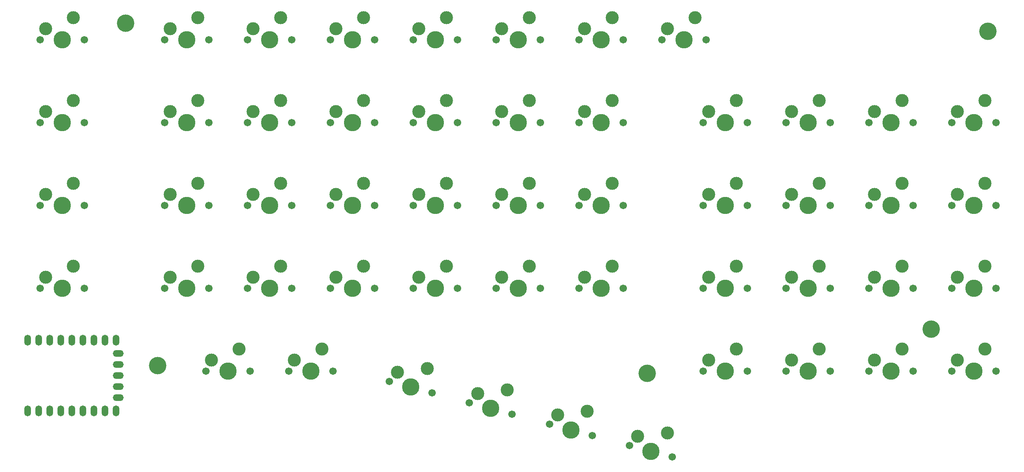
<source format=gbr>
%TF.GenerationSoftware,KiCad,Pcbnew,7.0.1*%
%TF.CreationDate,2023-09-01T15:37:29-04:00*%
%TF.ProjectId,macropad,6d616372-6f70-4616-942e-6b696361645f,rev?*%
%TF.SameCoordinates,Original*%
%TF.FileFunction,Soldermask,Top*%
%TF.FilePolarity,Negative*%
%FSLAX46Y46*%
G04 Gerber Fmt 4.6, Leading zero omitted, Abs format (unit mm)*
G04 Created by KiCad (PCBNEW 7.0.1) date 2023-09-01 15:37:29*
%MOMM*%
%LPD*%
G01*
G04 APERTURE LIST*
%ADD10C,0.500000*%
%ADD11C,4.000000*%
%ADD12C,1.701800*%
%ADD13C,3.000000*%
%ADD14C,3.987800*%
%ADD15O,1.500000X2.500000*%
%ADD16O,2.500000X1.500000*%
G04 APERTURE END LIST*
D10*
%TO.C,m2*%
X59714000Y-109474000D03*
X60154000Y-108414000D03*
X60154000Y-110534000D03*
X61214000Y-107974000D03*
D11*
X61214000Y-109474000D03*
D10*
X61214000Y-110974000D03*
X62274000Y-108414000D03*
X62274000Y-110534000D03*
X62714000Y-109474000D03*
%TD*%
%TO.C,m2*%
X52348000Y-30734000D03*
X52788000Y-29674000D03*
X52788000Y-31794000D03*
X53848000Y-29234000D03*
D11*
X53848000Y-30734000D03*
D10*
X53848000Y-32234000D03*
X54908000Y-29674000D03*
X54908000Y-31794000D03*
X55348000Y-30734000D03*
%TD*%
D11*
%TO.C,m2*%
X173736000Y-111252000D03*
D10*
X175236000Y-111252000D03*
X172236000Y-111252000D03*
X173736000Y-112752000D03*
X173736000Y-109752000D03*
X174796000Y-112312000D03*
X172676000Y-112312000D03*
X172676000Y-110192000D03*
X174796000Y-110192000D03*
%TD*%
%TO.C,m2*%
X237514000Y-101092000D03*
X237954000Y-100032000D03*
X237954000Y-102152000D03*
X239014000Y-99592000D03*
D11*
X239014000Y-101092000D03*
D10*
X239014000Y-102592000D03*
X240074000Y-100032000D03*
X240074000Y-102152000D03*
X240514000Y-101092000D03*
%TD*%
%TO.C,m2*%
X250512000Y-32556000D03*
X250952000Y-31496000D03*
X250952000Y-33616000D03*
X252012000Y-31056000D03*
D11*
X252012000Y-32556000D03*
D10*
X252012000Y-34056000D03*
X253072000Y-31496000D03*
X253072000Y-33616000D03*
X253512000Y-32556000D03*
%TD*%
D12*
%TO.C,SW51*%
X243757500Y-110725000D03*
D13*
X245027500Y-108185000D03*
D14*
X248837500Y-110725000D03*
D13*
X251377500Y-105645000D03*
D12*
X253917500Y-110725000D03*
%TD*%
%TO.C,SW50*%
X224707500Y-110725000D03*
D13*
X225977500Y-108185000D03*
D14*
X229787500Y-110725000D03*
D13*
X232327500Y-105645000D03*
D12*
X234867500Y-110725000D03*
%TD*%
%TO.C,SW49*%
X205657500Y-110725000D03*
D13*
X206927500Y-108185000D03*
D14*
X210737500Y-110725000D03*
D13*
X213277500Y-105645000D03*
D12*
X215817500Y-110725000D03*
%TD*%
%TO.C,SW48*%
X186607500Y-110725000D03*
D13*
X187877500Y-108185000D03*
D14*
X191687500Y-110725000D03*
D13*
X194227500Y-105645000D03*
D12*
X196767500Y-110725000D03*
%TD*%
%TO.C,SW47*%
X169676946Y-127862607D03*
D13*
X171561072Y-125737856D03*
D14*
X174583849Y-129177408D03*
D13*
X178352101Y-124927905D03*
D12*
X179490752Y-130492209D03*
%TD*%
%TO.C,SW46*%
X151276059Y-122932104D03*
D13*
X153160185Y-120807353D03*
D14*
X156182962Y-124246905D03*
D13*
X159951214Y-119997402D03*
D12*
X161089865Y-125561706D03*
%TD*%
%TO.C,SW45*%
X132875172Y-118001601D03*
D13*
X134759298Y-115876850D03*
D14*
X137782075Y-119316402D03*
D13*
X141550327Y-115066899D03*
D12*
X142688978Y-120631203D03*
%TD*%
%TO.C,SW44*%
X114474285Y-113071099D03*
D13*
X116358411Y-110946348D03*
D14*
X119381188Y-114385900D03*
D13*
X123149440Y-110136397D03*
D12*
X124288091Y-115700701D03*
%TD*%
%TO.C,SW43*%
X91357500Y-110725000D03*
D13*
X92627500Y-108185000D03*
D14*
X96437500Y-110725000D03*
D13*
X98977500Y-105645000D03*
D12*
X101517500Y-110725000D03*
%TD*%
%TO.C,SW42*%
X72307500Y-110725000D03*
D13*
X73577500Y-108185000D03*
D14*
X77387500Y-110725000D03*
D13*
X79927500Y-105645000D03*
D12*
X82467500Y-110725000D03*
%TD*%
%TO.C,SW41*%
X243757500Y-91675000D03*
D13*
X245027500Y-89135000D03*
D14*
X248837500Y-91675000D03*
D13*
X251377500Y-86595000D03*
D12*
X253917500Y-91675000D03*
%TD*%
%TO.C,SW40*%
X224707500Y-91675000D03*
D13*
X225977500Y-89135000D03*
D14*
X229787500Y-91675000D03*
D13*
X232327500Y-86595000D03*
D12*
X234867500Y-91675000D03*
%TD*%
%TO.C,SW39*%
X205657500Y-91675000D03*
D13*
X206927500Y-89135000D03*
D14*
X210737500Y-91675000D03*
D13*
X213277500Y-86595000D03*
D12*
X215817500Y-91675000D03*
%TD*%
%TO.C,SW38*%
X186607500Y-91675000D03*
D13*
X187877500Y-89135000D03*
D14*
X191687500Y-91675000D03*
D13*
X194227500Y-86595000D03*
D12*
X196767500Y-91675000D03*
%TD*%
%TO.C,SW37*%
X158032500Y-91675000D03*
D13*
X159302500Y-89135000D03*
D14*
X163112500Y-91675000D03*
D13*
X165652500Y-86595000D03*
D12*
X168192500Y-91675000D03*
%TD*%
%TO.C,SW36*%
X138982500Y-91675000D03*
D13*
X140252500Y-89135000D03*
D14*
X144062500Y-91675000D03*
D13*
X146602500Y-86595000D03*
D12*
X149142500Y-91675000D03*
%TD*%
%TO.C,SW35*%
X119932500Y-91675000D03*
D13*
X121202500Y-89135000D03*
D14*
X125012500Y-91675000D03*
D13*
X127552500Y-86595000D03*
D12*
X130092500Y-91675000D03*
%TD*%
%TO.C,SW34*%
X100882500Y-91675000D03*
D13*
X102152500Y-89135000D03*
D14*
X105962500Y-91675000D03*
D13*
X108502500Y-86595000D03*
D12*
X111042500Y-91675000D03*
%TD*%
%TO.C,SW33*%
X81832500Y-91675000D03*
D13*
X83102500Y-89135000D03*
D14*
X86912500Y-91675000D03*
D13*
X89452500Y-86595000D03*
D12*
X91992500Y-91675000D03*
%TD*%
%TO.C,SW32*%
X62782500Y-91675000D03*
D13*
X64052500Y-89135000D03*
D14*
X67862500Y-91675000D03*
D13*
X70402500Y-86595000D03*
D12*
X72942500Y-91675000D03*
%TD*%
%TO.C,SW31*%
X34207500Y-91675000D03*
D13*
X35477500Y-89135000D03*
D14*
X39287500Y-91675000D03*
D13*
X41827500Y-86595000D03*
D12*
X44367500Y-91675000D03*
%TD*%
%TO.C,SW30*%
X243757500Y-72625000D03*
D13*
X245027500Y-70085000D03*
D14*
X248837500Y-72625000D03*
D13*
X251377500Y-67545000D03*
D12*
X253917500Y-72625000D03*
%TD*%
%TO.C,SW29*%
X224707500Y-72625000D03*
D13*
X225977500Y-70085000D03*
D14*
X229787500Y-72625000D03*
D13*
X232327500Y-67545000D03*
D12*
X234867500Y-72625000D03*
%TD*%
%TO.C,SW28*%
X205657500Y-72625000D03*
D13*
X206927500Y-70085000D03*
D14*
X210737500Y-72625000D03*
D13*
X213277500Y-67545000D03*
D12*
X215817500Y-72625000D03*
%TD*%
%TO.C,SW27*%
X186607500Y-72625000D03*
D13*
X187877500Y-70085000D03*
D14*
X191687500Y-72625000D03*
D13*
X194227500Y-67545000D03*
D12*
X196767500Y-72625000D03*
%TD*%
%TO.C,SW26*%
X158032500Y-72625000D03*
D13*
X159302500Y-70085000D03*
D14*
X163112500Y-72625000D03*
D13*
X165652500Y-67545000D03*
D12*
X168192500Y-72625000D03*
%TD*%
%TO.C,SW25*%
X138982500Y-72625000D03*
D13*
X140252500Y-70085000D03*
D14*
X144062500Y-72625000D03*
D13*
X146602500Y-67545000D03*
D12*
X149142500Y-72625000D03*
%TD*%
%TO.C,SW24*%
X119932500Y-72625000D03*
D13*
X121202500Y-70085000D03*
D14*
X125012500Y-72625000D03*
D13*
X127552500Y-67545000D03*
D12*
X130092500Y-72625000D03*
%TD*%
%TO.C,SW23*%
X100882500Y-72625000D03*
D13*
X102152500Y-70085000D03*
D14*
X105962500Y-72625000D03*
D13*
X108502500Y-67545000D03*
D12*
X111042500Y-72625000D03*
%TD*%
%TO.C,SW22*%
X81832500Y-72625000D03*
D13*
X83102500Y-70085000D03*
D14*
X86912500Y-72625000D03*
D13*
X89452500Y-67545000D03*
D12*
X91992500Y-72625000D03*
%TD*%
%TO.C,SW21*%
X62782500Y-72625000D03*
D13*
X64052500Y-70085000D03*
D14*
X67862500Y-72625000D03*
D13*
X70402500Y-67545000D03*
D12*
X72942500Y-72625000D03*
%TD*%
%TO.C,SW20*%
X34207500Y-72625000D03*
D13*
X35477500Y-70085000D03*
D14*
X39287500Y-72625000D03*
D13*
X41827500Y-67545000D03*
D12*
X44367500Y-72625000D03*
%TD*%
%TO.C,SW19*%
X243757500Y-53575000D03*
D13*
X245027500Y-51035000D03*
D14*
X248837500Y-53575000D03*
D13*
X251377500Y-48495000D03*
D12*
X253917500Y-53575000D03*
%TD*%
%TO.C,SW18*%
X224707500Y-53575000D03*
D13*
X225977500Y-51035000D03*
D14*
X229787500Y-53575000D03*
D13*
X232327500Y-48495000D03*
D12*
X234867500Y-53575000D03*
%TD*%
%TO.C,SW17*%
X205657500Y-53575000D03*
D13*
X206927500Y-51035000D03*
D14*
X210737500Y-53575000D03*
D13*
X213277500Y-48495000D03*
D12*
X215817500Y-53575000D03*
%TD*%
%TO.C,SW16*%
X186607500Y-53575000D03*
D13*
X187877500Y-51035000D03*
D14*
X191687500Y-53575000D03*
D13*
X194227500Y-48495000D03*
D12*
X196767500Y-53575000D03*
%TD*%
%TO.C,SW15*%
X158032500Y-53575000D03*
D13*
X159302500Y-51035000D03*
D14*
X163112500Y-53575000D03*
D13*
X165652500Y-48495000D03*
D12*
X168192500Y-53575000D03*
%TD*%
%TO.C,SW14*%
X138982500Y-53575000D03*
D13*
X140252500Y-51035000D03*
D14*
X144062500Y-53575000D03*
D13*
X146602500Y-48495000D03*
D12*
X149142500Y-53575000D03*
%TD*%
%TO.C,SW13*%
X119932500Y-53575000D03*
D13*
X121202500Y-51035000D03*
D14*
X125012500Y-53575000D03*
D13*
X127552500Y-48495000D03*
D12*
X130092500Y-53575000D03*
%TD*%
%TO.C,SW12*%
X100882500Y-53575000D03*
D13*
X102152500Y-51035000D03*
D14*
X105962500Y-53575000D03*
D13*
X108502500Y-48495000D03*
D12*
X111042500Y-53575000D03*
%TD*%
%TO.C,SW11*%
X81832500Y-53575000D03*
D13*
X83102500Y-51035000D03*
D14*
X86912500Y-53575000D03*
D13*
X89452500Y-48495000D03*
D12*
X91992500Y-53575000D03*
%TD*%
%TO.C,SW10*%
X62782500Y-53575000D03*
D13*
X64052500Y-51035000D03*
D14*
X67862500Y-53575000D03*
D13*
X70402500Y-48495000D03*
D12*
X72942500Y-53575000D03*
%TD*%
%TO.C,SW9*%
X34207500Y-53575000D03*
D13*
X35477500Y-51035000D03*
D14*
X39287500Y-53575000D03*
D13*
X41827500Y-48495000D03*
D12*
X44367500Y-53575000D03*
%TD*%
%TO.C,SW8*%
X177082500Y-34525000D03*
D13*
X178352500Y-31985000D03*
D14*
X182162500Y-34525000D03*
D13*
X184702500Y-29445000D03*
D12*
X187242500Y-34525000D03*
%TD*%
%TO.C,SW7*%
X158032500Y-34525000D03*
D13*
X159302500Y-31985000D03*
D14*
X163112500Y-34525000D03*
D13*
X165652500Y-29445000D03*
D12*
X168192500Y-34525000D03*
%TD*%
%TO.C,SW6*%
X138982500Y-34525000D03*
D13*
X140252500Y-31985000D03*
D14*
X144062500Y-34525000D03*
D13*
X146602500Y-29445000D03*
D12*
X149142500Y-34525000D03*
%TD*%
%TO.C,SW5*%
X119932500Y-34525000D03*
D13*
X121202500Y-31985000D03*
D14*
X125012500Y-34525000D03*
D13*
X127552500Y-29445000D03*
D12*
X130092500Y-34525000D03*
%TD*%
%TO.C,SW4*%
X100882500Y-34525000D03*
D13*
X102152500Y-31985000D03*
D14*
X105962500Y-34525000D03*
D13*
X108502500Y-29445000D03*
D12*
X111042500Y-34525000D03*
%TD*%
%TO.C,SW3*%
X81832500Y-34525000D03*
D13*
X83102500Y-31985000D03*
D14*
X86912500Y-34525000D03*
D13*
X89452500Y-29445000D03*
D12*
X91992500Y-34525000D03*
%TD*%
%TO.C,SW2*%
X62782500Y-34525000D03*
D13*
X64052500Y-31985000D03*
D14*
X67862500Y-34525000D03*
D13*
X70402500Y-29445000D03*
D12*
X72942500Y-34525000D03*
%TD*%
%TO.C,SW1*%
X34207500Y-34525000D03*
D13*
X35477500Y-31985000D03*
D14*
X39287500Y-34525000D03*
D13*
X41827500Y-29445000D03*
D12*
X44367500Y-34525000D03*
%TD*%
D15*
%TO.C,U1*%
X31330000Y-119900000D03*
X33870000Y-119900000D03*
X36410000Y-119900000D03*
X38950000Y-119900000D03*
X41490000Y-119900000D03*
X44030000Y-119900000D03*
X46570000Y-119900000D03*
X49110000Y-119900000D03*
X51650000Y-119900000D03*
D16*
X52150000Y-116860000D03*
X52150000Y-114320000D03*
X52150000Y-111780000D03*
X52150000Y-109240000D03*
X52150000Y-106700000D03*
D15*
X51650000Y-103660000D03*
X49110000Y-103660000D03*
X46570000Y-103660000D03*
X44030000Y-103660000D03*
X41490000Y-103660000D03*
X38950000Y-103660000D03*
X36410000Y-103660000D03*
X33870000Y-103660000D03*
X31330000Y-103660000D03*
%TD*%
M02*

</source>
